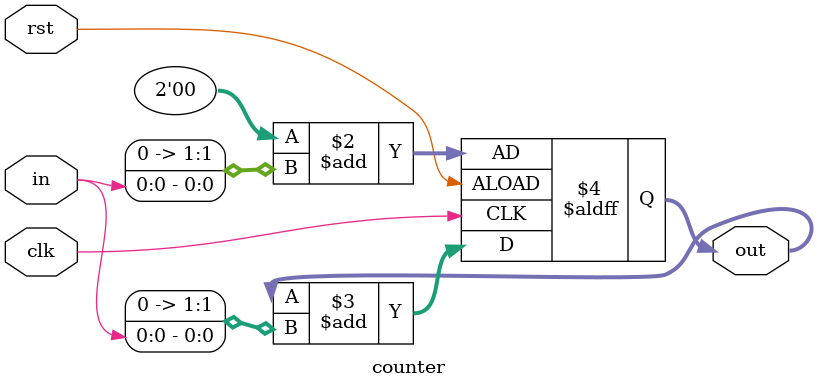
<source format=v>
module counter(
	input wire in,
	input wire clk,
	input wire rst,
	output reg [1:0] out);

always @ (posedge clk or posedge rst) begin
//	out <= in[0]+in[1]+in[2]+in[3]+in[4]+in[5]+in[6]+in[7];
	if (rst) begin
		out <= 2'b00+{1'b0,in};
	end
	else begin
		out <= out+{1'b0,in};
	end
end

endmodule

	

</source>
